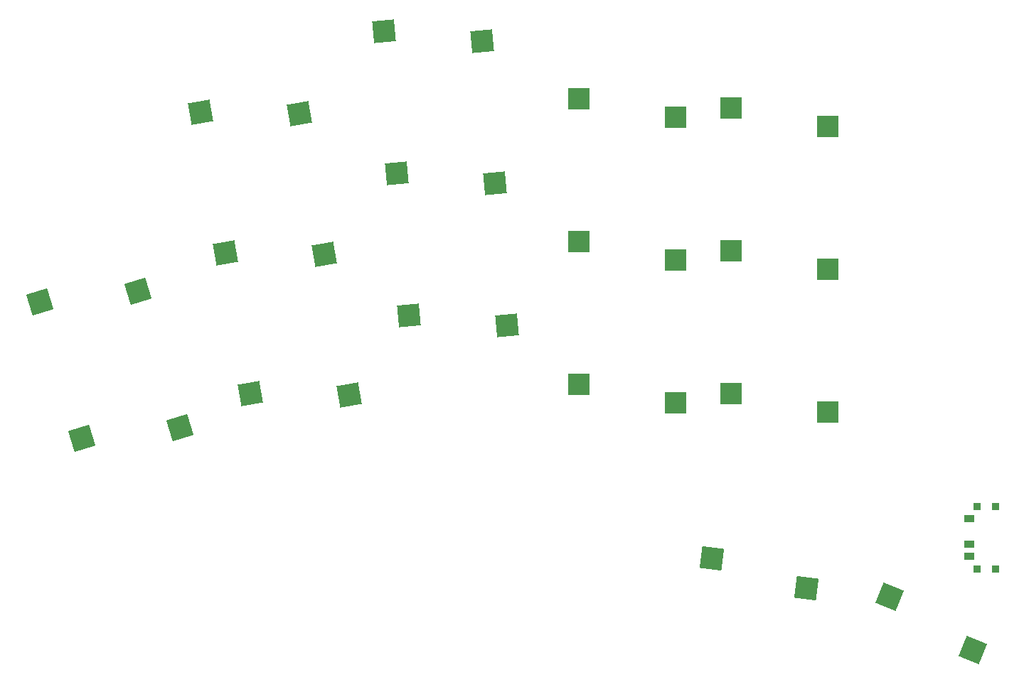
<source format=gbp>
%TF.GenerationSoftware,KiCad,Pcbnew,(6.0.4-0)*%
%TF.CreationDate,2022-06-13T07:49:06+02:00*%
%TF.ProjectId,konafa,6b6f6e61-6661-42e6-9b69-6361645f7063,v1.0.0*%
%TF.SameCoordinates,Original*%
%TF.FileFunction,Paste,Bot*%
%TF.FilePolarity,Positive*%
%FSLAX46Y46*%
G04 Gerber Fmt 4.6, Leading zero omitted, Abs format (unit mm)*
G04 Created by KiCad (PCBNEW (6.0.4-0)) date 2022-06-13 07:49:06*
%MOMM*%
%LPD*%
G01*
G04 APERTURE LIST*
G04 Aperture macros list*
%AMRotRect*
0 Rectangle, with rotation*
0 The origin of the aperture is its center*
0 $1 length*
0 $2 width*
0 $3 Rotation angle, in degrees counterclockwise*
0 Add horizontal line*
21,1,$1,$2,0,0,$3*%
G04 Aperture macros list end*
%ADD10R,2.600000X2.600000*%
%ADD11RotRect,2.600000X2.600000X10.000000*%
%ADD12RotRect,2.600000X2.600000X5.000000*%
%ADD13R,1.250000X0.900000*%
%ADD14R,0.900000X0.900000*%
%ADD15RotRect,2.600000X2.600000X338.000000*%
%ADD16RotRect,2.600000X2.600000X17.000000*%
%ADD17RotRect,2.600000X2.600000X353.000000*%
G04 APERTURE END LIST*
D10*
%TO.C,S23*%
X130238229Y110558987D03*
X141788229Y108358987D03*
%TD*%
D11*
%TO.C,S11*%
X67128658Y110035975D03*
X78885213Y109875035D03*
%TD*%
D12*
%TO.C,S15*%
X90440529Y102756090D03*
X102138320Y101571111D03*
%TD*%
D10*
%TO.C,S21*%
X123699791Y92462254D03*
X112149791Y94662254D03*
%TD*%
D13*
%TO.C,T2*%
X158604791Y57102254D03*
X158604791Y58602254D03*
X158604791Y61602254D03*
D14*
X159579791Y63052254D03*
X159579791Y55652254D03*
X161779791Y63052254D03*
X161779791Y55652254D03*
%TD*%
D10*
%TO.C,S29*%
X141780791Y91361491D03*
X130230791Y93561491D03*
%TD*%
D15*
%TO.C,S33*%
X149151696Y52296426D03*
X159036535Y45929915D03*
%TD*%
D11*
%TO.C,S7*%
X73032696Y76552511D03*
X84789251Y76391571D03*
%TD*%
D16*
%TO.C,S5*%
X47970749Y87462459D03*
X59659287Y88735482D03*
%TD*%
D10*
%TO.C,S27*%
X141780791Y74361491D03*
X130230791Y76561491D03*
%TD*%
D11*
%TO.C,S9*%
X70080677Y93294243D03*
X81837232Y93133303D03*
%TD*%
D12*
%TO.C,S13*%
X91922177Y85820780D03*
X103619968Y84635801D03*
%TD*%
%TO.C,S17*%
X88958882Y119691400D03*
X100656673Y118506421D03*
%TD*%
D17*
%TO.C,S31*%
X128008011Y56881481D03*
X139203806Y53290288D03*
%TD*%
D16*
%TO.C,S3*%
X52941068Y71205278D03*
X64629606Y72478301D03*
%TD*%
D10*
%TO.C,S23*%
X112149791Y111662254D03*
X123699791Y109462254D03*
%TD*%
%TO.C,S19*%
X123699791Y75462254D03*
X112149791Y77662254D03*
%TD*%
M02*

</source>
